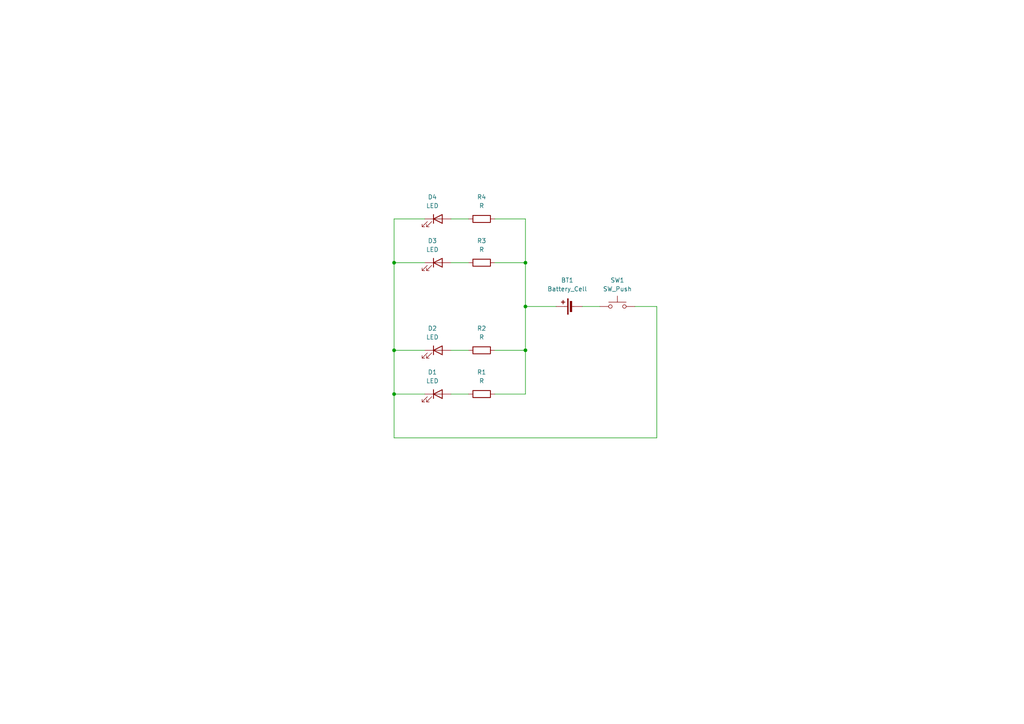
<source format=kicad_sch>
(kicad_sch (version 20250114) (generator "eeschema") (generator_version "9.0")
  (paper "A4")
  (lib_symbols
    (symbol "Device:Battery_Cell" (pin_numbers (hide yes)) (pin_names (offset 0) (hide yes))
      (property "Reference" "BT" (at 2.54 2.54 0))
      (property "Value" "Battery_Cell" (at 2.54 0 0))
      (symbol "Battery_Cell_0_1"
        (rectangle (start -2.286 1.778) (end 2.286 1.524) (fill (type outline)))
        (rectangle (start -1.524 1.016) (end 1.524 0.508) (fill (type outline)))
        (polyline (pts (xy 0 1.778) (xy 0 2.54)))
        (polyline (pts (xy 0 0.762) (xy 0 0)))
        (polyline (pts (xy 0.762 3.048) (xy 1.778 3.048)) (stroke (width 0.254)))
        (polyline (pts (xy 1.27 3.556) (xy 1.27 2.54)) (stroke (width 0.254)))
      )
      (symbol "Battery_Cell_1_1"
        (pin passive line (at 0 5.08 270) (length 2.54) (name "+") (number "1"))
        (pin passive line (at 0 -2.54 90) (length 2.54) (name "-") (number "2"))
      )
    )
    (symbol "Device:LED" (pin_numbers (hide yes)) (pin_names (offset 1.016) (hide yes))
      (property "Reference" "D" (at 0 2.54 0))
      (property "Value" "LED" (at 0 -2.54 0))
      (symbol "LED_0_1"
        (polyline (pts (xy -3.048 -0.762) (xy -4.572 -2.286) (xy -3.81 -2.286) (xy -4.572 -2.286) (xy -4.572 -1.524)))
        (polyline (pts (xy -1.778 -0.762) (xy -3.302 -2.286) (xy -2.54 -2.286) (xy -3.302 -2.286) (xy -3.302 -1.524)))
        (polyline (pts (xy -1.27 0) (xy 1.27 0)))
        (polyline (pts (xy -1.27 -1.27) (xy -1.27 1.27)) (stroke (width 0.254)))
        (polyline (pts (xy 1.27 -1.27) (xy 1.27 1.27) (xy -1.27 0) (xy 1.27 -1.27)) (stroke (width 0.254)))
      )
      (symbol "LED_1_1"
        (pin passive line (at -3.81 0 0) (length 2.54) (name "K") (number "1"))
        (pin passive line (at 3.81 0 180) (length 2.54) (name "A") (number "2"))
      )
    )
    (symbol "Device:R" (pin_numbers (hide yes)) (pin_names (offset 0))
      (property "Reference" "R" (at 2.032 0 90))
      (property "Value" "R" (at 0 0 90))
      (symbol "R_0_1"
        (rectangle (start -1.016 -2.54) (end 1.016 2.54) (stroke (width 0.254)))
      )
      (symbol "R_1_1"
        (pin passive line (at 0 3.81 270) (length 1.27) (name "~") (number "1"))
        (pin passive line (at 0 -3.81 90) (length 1.27) (name "~") (number "2"))
      )
    )
    (symbol "Switch:SW_Push" (pin_numbers (hide yes)) (pin_names (offset 1.016) (hide yes))
      (property "Reference" "SW" (at 1.27 2.54 0))
      (property "Value" "SW_Push" (at 0 -1.524 0))
      (symbol "SW_Push_0_1"
        (circle (center -2.032 0) (radius 0.508))
        (polyline (pts (xy 0 1.27) (xy 0 3.048)))
        (circle (center 2.032 0) (radius 0.508))
        (polyline (pts (xy 2.54 1.27) (xy -2.54 1.27)))
        (pin passive line (at -5.08 0 0) (length 2.54) (name "1") (number "1"))
        (pin passive line (at 5.08 0 180) (length 2.54) (name "2") (number "2"))
      )
    )
  )
  (junction (at 152.4 101.6))
  (junction (at 114.3 101.6))
  (junction (at 114.3 76.2))
  (junction (at 152.4 76.2))
  (junction (at 114.3 114.3))
  (junction (at 152.4 88.9))
  (wire (pts (xy 130.81 76.2) (xy 135.89 76.2)))
  (wire (pts (xy 130.81 114.3) (xy 135.89 114.3)))
  (wire (pts (xy 130.81 63.5) (xy 135.89 63.5)))
  (wire (pts (xy 152.4 63.5) (xy 152.4 76.2)))
  (wire (pts (xy 114.3 101.6) (xy 114.3 114.3)))
  (wire (pts (xy 143.51 101.6) (xy 152.4 101.6)))
  (wire (pts (xy 114.3 76.2) (xy 123.19 76.2)))
  (wire (pts (xy 114.3 114.3) (xy 114.3 127)))
  (wire (pts (xy 114.3 76.2) (xy 114.3 101.6)))
  (wire (pts (xy 152.4 114.3) (xy 143.51 114.3)))
  (wire (pts (xy 152.4 88.9) (xy 152.4 101.6)))
  (wire (pts (xy 190.5 127) (xy 190.5 88.9)))
  (wire (pts (xy 130.81 101.6) (xy 135.89 101.6)))
  (wire (pts (xy 184.15 88.9) (xy 190.5 88.9)))
  (wire (pts (xy 168.91 88.9) (xy 173.99 88.9)))
  (wire (pts (xy 143.51 76.2) (xy 152.4 76.2)))
  (wire (pts (xy 114.3 63.5) (xy 114.3 76.2)))
  (wire (pts (xy 114.3 114.3) (xy 123.19 114.3)))
  (wire (pts (xy 114.3 101.6) (xy 123.19 101.6)))
  (wire (pts (xy 114.3 127) (xy 190.5 127)))
  (wire (pts (xy 152.4 76.2) (xy 152.4 88.9)))
  (wire (pts (xy 152.4 101.6) (xy 152.4 114.3)))
  (wire (pts (xy 143.51 63.5) (xy 152.4 63.5)))
  (wire (pts (xy 152.4 88.9) (xy 161.29 88.9)))
  (wire (pts (xy 123.19 63.5) (xy 114.3 63.5)))
  (symbol (lib_id "Device:R") (at 139.7 76.2 90) (unit 1)
    (property "Reference" "R3" (at 139.7 69.85 90))
    (property "Value" "R" (at 139.7 72.39 90))
    (property "Footprint" "Resistor_THT:R_Axial_DIN0207_L6.3mm_D2.5mm_P7.62mm_Horizontal" (effects (hide yes)))
    (property "Description" "Resistor" (effects (hide yes)))
  )
  (symbol (lib_id "Device:R") (at 139.7 114.3 90) (unit 1)
    (property "Reference" "R1" (at 139.7 107.95 90))
    (property "Value" "R" (at 139.7 110.49 90))
    (property "Footprint" "Resistor_THT:R_Axial_DIN0207_L6.3mm_D2.5mm_P7.62mm_Horizontal" (effects (hide yes)))
    (property "Description" "Resistor" (effects (hide yes)))
  )
  (symbol (lib_id "Device:R") (at 139.7 101.6 90) (unit 1)
    (property "Reference" "R2" (at 139.7 95.25 90))
    (property "Value" "R" (at 139.7 97.79 90))
    (property "Footprint" "Resistor_THT:R_Axial_DIN0207_L6.3mm_D2.5mm_P7.62mm_Horizontal" (effects (hide yes)))
    (property "Description" "Resistor" (effects (hide yes)))
  )
  (symbol (lib_id "Device:R") (at 139.7 63.5 90) (unit 1)
    (property "Reference" "R4" (at 139.7 57.15 90))
    (property "Value" "R" (at 139.7 59.69 90))
    (property "Footprint" "Resistor_THT:R_Axial_DIN0207_L6.3mm_D2.5mm_P7.62mm_Horizontal" (effects (hide yes)))
    (property "Description" "Resistor" (effects (hide yes)))
  )
  (symbol (lib_id "Switch:SW_Push") (at 179.07 88.9 0) (unit 1)
    (property "Reference" "SW1" (at 179.07 81.28 0))
    (property "Value" "SW_Push" (at 179.07 83.82 0))
    (property "Footprint" "Button_Switch_THT:SW_PUSH_6mm" (effects (hide yes)))
    (property "Description" "Push button switch, generic, two pins" (effects (hide yes)))
  )
  (symbol (lib_id "Device:LED") (at 127 114.3 0) (unit 1)
    (property "Reference" "D1" (at 125.4125 107.95 0))
    (property "Value" "LED" (at 125.4125 110.49 0))
    (property "Footprint" "LED_THT:LED_D5.0mm" (effects (hide yes)))
    (property "Description" "Light emitting diode" (effects (hide yes)))
    (property "Sim.Pins" "1=K 2=A" (effects (hide yes)))
  )
  (symbol (lib_id "Device:LED") (at 127 76.2 0) (unit 1)
    (property "Reference" "D3" (at 125.4125 69.85 0))
    (property "Value" "LED" (at 125.4125 72.39 0))
    (property "Footprint" "LED_THT:LED_D5.0mm" (effects (hide yes)))
    (property "Description" "Light emitting diode" (effects (hide yes)))
    (property "Sim.Pins" "1=K 2=A" (effects (hide yes)))
  )
  (symbol (lib_id "Device:Battery_Cell") (at 166.37 88.9 90) (unit 1)
    (property "Reference" "BT1" (at 164.5285 81.28 90))
    (property "Value" "Battery_Cell" (at 164.5285 83.82 90))
    (property "Footprint" "Battery:BatteryHolder_Keystone_3034_1x20mm" (effects (hide yes)))
    (property "Description" "Single-cell battery" (effects (hide yes)))
  )
  (symbol (lib_id "Device:LED") (at 127 101.6 0) (unit 1)
    (property "Reference" "D2" (at 125.4125 95.25 0))
    (property "Value" "LED" (at 125.4125 97.79 0))
    (property "Footprint" "LED_THT:LED_D5.0mm" (effects (hide yes)))
    (property "Description" "Light emitting diode" (effects (hide yes)))
    (property "Sim.Pins" "1=K 2=A" (effects (hide yes)))
  )
  (symbol (lib_id "Device:LED") (at 127 63.5 0) (unit 1)
    (property "Reference" "D4" (at 125.4125 57.15 0))
    (property "Value" "LED" (at 125.4125 59.69 0))
    (property "Footprint" "LED_THT:LED_D5.0mm" (effects (hide yes)))
    (property "Description" "Light emitting diode" (effects (hide yes)))
    (property "Sim.Pins" "1=K 2=A" (effects (hide yes)))
  )
)
</source>
